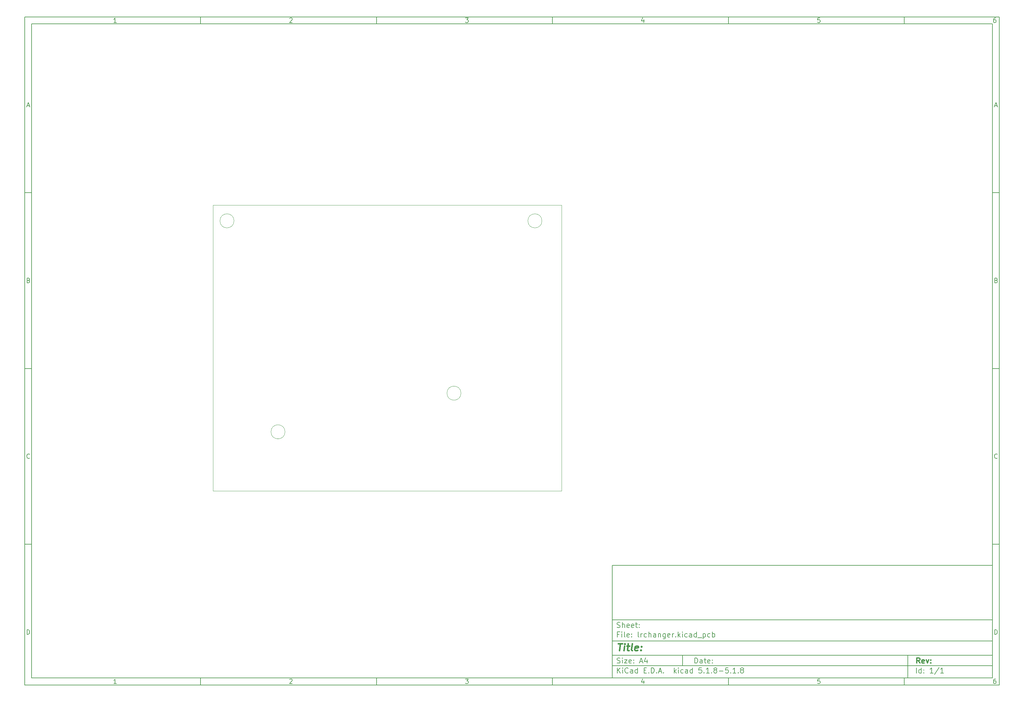
<source format=gbr>
%TF.GenerationSoftware,KiCad,Pcbnew,5.1.8-5.1.8*%
%TF.CreationDate,2021-02-08T23:37:39+01:00*%
%TF.ProjectId,lrchanger,6c726368-616e-4676-9572-2e6b69636164,rev?*%
%TF.SameCoordinates,Original*%
%TF.FileFunction,Legend,Bot*%
%TF.FilePolarity,Positive*%
%FSLAX46Y46*%
G04 Gerber Fmt 4.6, Leading zero omitted, Abs format (unit mm)*
G04 Created by KiCad (PCBNEW 5.1.8-5.1.8) date 2021-02-08 23:37:39*
%MOMM*%
%LPD*%
G01*
G04 APERTURE LIST*
%ADD10C,0.100000*%
%ADD11C,0.150000*%
%ADD12C,0.300000*%
%ADD13C,0.400000*%
%TA.AperFunction,Profile*%
%ADD14C,0.050000*%
%TD*%
G04 APERTURE END LIST*
D10*
D11*
X177002200Y-166007200D02*
X177002200Y-198007200D01*
X285002200Y-198007200D01*
X285002200Y-166007200D01*
X177002200Y-166007200D01*
D10*
D11*
X10000000Y-10000000D02*
X10000000Y-200007200D01*
X287002200Y-200007200D01*
X287002200Y-10000000D01*
X10000000Y-10000000D01*
D10*
D11*
X12000000Y-12000000D02*
X12000000Y-198007200D01*
X285002200Y-198007200D01*
X285002200Y-12000000D01*
X12000000Y-12000000D01*
D10*
D11*
X60000000Y-12000000D02*
X60000000Y-10000000D01*
D10*
D11*
X110000000Y-12000000D02*
X110000000Y-10000000D01*
D10*
D11*
X160000000Y-12000000D02*
X160000000Y-10000000D01*
D10*
D11*
X210000000Y-12000000D02*
X210000000Y-10000000D01*
D10*
D11*
X260000000Y-12000000D02*
X260000000Y-10000000D01*
D10*
D11*
X36065476Y-11588095D02*
X35322619Y-11588095D01*
X35694047Y-11588095D02*
X35694047Y-10288095D01*
X35570238Y-10473809D01*
X35446428Y-10597619D01*
X35322619Y-10659523D01*
D10*
D11*
X85322619Y-10411904D02*
X85384523Y-10350000D01*
X85508333Y-10288095D01*
X85817857Y-10288095D01*
X85941666Y-10350000D01*
X86003571Y-10411904D01*
X86065476Y-10535714D01*
X86065476Y-10659523D01*
X86003571Y-10845238D01*
X85260714Y-11588095D01*
X86065476Y-11588095D01*
D10*
D11*
X135260714Y-10288095D02*
X136065476Y-10288095D01*
X135632142Y-10783333D01*
X135817857Y-10783333D01*
X135941666Y-10845238D01*
X136003571Y-10907142D01*
X136065476Y-11030952D01*
X136065476Y-11340476D01*
X136003571Y-11464285D01*
X135941666Y-11526190D01*
X135817857Y-11588095D01*
X135446428Y-11588095D01*
X135322619Y-11526190D01*
X135260714Y-11464285D01*
D10*
D11*
X185941666Y-10721428D02*
X185941666Y-11588095D01*
X185632142Y-10226190D02*
X185322619Y-11154761D01*
X186127380Y-11154761D01*
D10*
D11*
X236003571Y-10288095D02*
X235384523Y-10288095D01*
X235322619Y-10907142D01*
X235384523Y-10845238D01*
X235508333Y-10783333D01*
X235817857Y-10783333D01*
X235941666Y-10845238D01*
X236003571Y-10907142D01*
X236065476Y-11030952D01*
X236065476Y-11340476D01*
X236003571Y-11464285D01*
X235941666Y-11526190D01*
X235817857Y-11588095D01*
X235508333Y-11588095D01*
X235384523Y-11526190D01*
X235322619Y-11464285D01*
D10*
D11*
X285941666Y-10288095D02*
X285694047Y-10288095D01*
X285570238Y-10350000D01*
X285508333Y-10411904D01*
X285384523Y-10597619D01*
X285322619Y-10845238D01*
X285322619Y-11340476D01*
X285384523Y-11464285D01*
X285446428Y-11526190D01*
X285570238Y-11588095D01*
X285817857Y-11588095D01*
X285941666Y-11526190D01*
X286003571Y-11464285D01*
X286065476Y-11340476D01*
X286065476Y-11030952D01*
X286003571Y-10907142D01*
X285941666Y-10845238D01*
X285817857Y-10783333D01*
X285570238Y-10783333D01*
X285446428Y-10845238D01*
X285384523Y-10907142D01*
X285322619Y-11030952D01*
D10*
D11*
X60000000Y-198007200D02*
X60000000Y-200007200D01*
D10*
D11*
X110000000Y-198007200D02*
X110000000Y-200007200D01*
D10*
D11*
X160000000Y-198007200D02*
X160000000Y-200007200D01*
D10*
D11*
X210000000Y-198007200D02*
X210000000Y-200007200D01*
D10*
D11*
X260000000Y-198007200D02*
X260000000Y-200007200D01*
D10*
D11*
X36065476Y-199595295D02*
X35322619Y-199595295D01*
X35694047Y-199595295D02*
X35694047Y-198295295D01*
X35570238Y-198481009D01*
X35446428Y-198604819D01*
X35322619Y-198666723D01*
D10*
D11*
X85322619Y-198419104D02*
X85384523Y-198357200D01*
X85508333Y-198295295D01*
X85817857Y-198295295D01*
X85941666Y-198357200D01*
X86003571Y-198419104D01*
X86065476Y-198542914D01*
X86065476Y-198666723D01*
X86003571Y-198852438D01*
X85260714Y-199595295D01*
X86065476Y-199595295D01*
D10*
D11*
X135260714Y-198295295D02*
X136065476Y-198295295D01*
X135632142Y-198790533D01*
X135817857Y-198790533D01*
X135941666Y-198852438D01*
X136003571Y-198914342D01*
X136065476Y-199038152D01*
X136065476Y-199347676D01*
X136003571Y-199471485D01*
X135941666Y-199533390D01*
X135817857Y-199595295D01*
X135446428Y-199595295D01*
X135322619Y-199533390D01*
X135260714Y-199471485D01*
D10*
D11*
X185941666Y-198728628D02*
X185941666Y-199595295D01*
X185632142Y-198233390D02*
X185322619Y-199161961D01*
X186127380Y-199161961D01*
D10*
D11*
X236003571Y-198295295D02*
X235384523Y-198295295D01*
X235322619Y-198914342D01*
X235384523Y-198852438D01*
X235508333Y-198790533D01*
X235817857Y-198790533D01*
X235941666Y-198852438D01*
X236003571Y-198914342D01*
X236065476Y-199038152D01*
X236065476Y-199347676D01*
X236003571Y-199471485D01*
X235941666Y-199533390D01*
X235817857Y-199595295D01*
X235508333Y-199595295D01*
X235384523Y-199533390D01*
X235322619Y-199471485D01*
D10*
D11*
X285941666Y-198295295D02*
X285694047Y-198295295D01*
X285570238Y-198357200D01*
X285508333Y-198419104D01*
X285384523Y-198604819D01*
X285322619Y-198852438D01*
X285322619Y-199347676D01*
X285384523Y-199471485D01*
X285446428Y-199533390D01*
X285570238Y-199595295D01*
X285817857Y-199595295D01*
X285941666Y-199533390D01*
X286003571Y-199471485D01*
X286065476Y-199347676D01*
X286065476Y-199038152D01*
X286003571Y-198914342D01*
X285941666Y-198852438D01*
X285817857Y-198790533D01*
X285570238Y-198790533D01*
X285446428Y-198852438D01*
X285384523Y-198914342D01*
X285322619Y-199038152D01*
D10*
D11*
X10000000Y-60000000D02*
X12000000Y-60000000D01*
D10*
D11*
X10000000Y-110000000D02*
X12000000Y-110000000D01*
D10*
D11*
X10000000Y-160000000D02*
X12000000Y-160000000D01*
D10*
D11*
X10690476Y-35216666D02*
X11309523Y-35216666D01*
X10566666Y-35588095D02*
X11000000Y-34288095D01*
X11433333Y-35588095D01*
D10*
D11*
X11092857Y-84907142D02*
X11278571Y-84969047D01*
X11340476Y-85030952D01*
X11402380Y-85154761D01*
X11402380Y-85340476D01*
X11340476Y-85464285D01*
X11278571Y-85526190D01*
X11154761Y-85588095D01*
X10659523Y-85588095D01*
X10659523Y-84288095D01*
X11092857Y-84288095D01*
X11216666Y-84350000D01*
X11278571Y-84411904D01*
X11340476Y-84535714D01*
X11340476Y-84659523D01*
X11278571Y-84783333D01*
X11216666Y-84845238D01*
X11092857Y-84907142D01*
X10659523Y-84907142D01*
D10*
D11*
X11402380Y-135464285D02*
X11340476Y-135526190D01*
X11154761Y-135588095D01*
X11030952Y-135588095D01*
X10845238Y-135526190D01*
X10721428Y-135402380D01*
X10659523Y-135278571D01*
X10597619Y-135030952D01*
X10597619Y-134845238D01*
X10659523Y-134597619D01*
X10721428Y-134473809D01*
X10845238Y-134350000D01*
X11030952Y-134288095D01*
X11154761Y-134288095D01*
X11340476Y-134350000D01*
X11402380Y-134411904D01*
D10*
D11*
X10659523Y-185588095D02*
X10659523Y-184288095D01*
X10969047Y-184288095D01*
X11154761Y-184350000D01*
X11278571Y-184473809D01*
X11340476Y-184597619D01*
X11402380Y-184845238D01*
X11402380Y-185030952D01*
X11340476Y-185278571D01*
X11278571Y-185402380D01*
X11154761Y-185526190D01*
X10969047Y-185588095D01*
X10659523Y-185588095D01*
D10*
D11*
X287002200Y-60000000D02*
X285002200Y-60000000D01*
D10*
D11*
X287002200Y-110000000D02*
X285002200Y-110000000D01*
D10*
D11*
X287002200Y-160000000D02*
X285002200Y-160000000D01*
D10*
D11*
X285692676Y-35216666D02*
X286311723Y-35216666D01*
X285568866Y-35588095D02*
X286002200Y-34288095D01*
X286435533Y-35588095D01*
D10*
D11*
X286095057Y-84907142D02*
X286280771Y-84969047D01*
X286342676Y-85030952D01*
X286404580Y-85154761D01*
X286404580Y-85340476D01*
X286342676Y-85464285D01*
X286280771Y-85526190D01*
X286156961Y-85588095D01*
X285661723Y-85588095D01*
X285661723Y-84288095D01*
X286095057Y-84288095D01*
X286218866Y-84350000D01*
X286280771Y-84411904D01*
X286342676Y-84535714D01*
X286342676Y-84659523D01*
X286280771Y-84783333D01*
X286218866Y-84845238D01*
X286095057Y-84907142D01*
X285661723Y-84907142D01*
D10*
D11*
X286404580Y-135464285D02*
X286342676Y-135526190D01*
X286156961Y-135588095D01*
X286033152Y-135588095D01*
X285847438Y-135526190D01*
X285723628Y-135402380D01*
X285661723Y-135278571D01*
X285599819Y-135030952D01*
X285599819Y-134845238D01*
X285661723Y-134597619D01*
X285723628Y-134473809D01*
X285847438Y-134350000D01*
X286033152Y-134288095D01*
X286156961Y-134288095D01*
X286342676Y-134350000D01*
X286404580Y-134411904D01*
D10*
D11*
X285661723Y-185588095D02*
X285661723Y-184288095D01*
X285971247Y-184288095D01*
X286156961Y-184350000D01*
X286280771Y-184473809D01*
X286342676Y-184597619D01*
X286404580Y-184845238D01*
X286404580Y-185030952D01*
X286342676Y-185278571D01*
X286280771Y-185402380D01*
X286156961Y-185526190D01*
X285971247Y-185588095D01*
X285661723Y-185588095D01*
D10*
D11*
X200434342Y-193785771D02*
X200434342Y-192285771D01*
X200791485Y-192285771D01*
X201005771Y-192357200D01*
X201148628Y-192500057D01*
X201220057Y-192642914D01*
X201291485Y-192928628D01*
X201291485Y-193142914D01*
X201220057Y-193428628D01*
X201148628Y-193571485D01*
X201005771Y-193714342D01*
X200791485Y-193785771D01*
X200434342Y-193785771D01*
X202577200Y-193785771D02*
X202577200Y-193000057D01*
X202505771Y-192857200D01*
X202362914Y-192785771D01*
X202077200Y-192785771D01*
X201934342Y-192857200D01*
X202577200Y-193714342D02*
X202434342Y-193785771D01*
X202077200Y-193785771D01*
X201934342Y-193714342D01*
X201862914Y-193571485D01*
X201862914Y-193428628D01*
X201934342Y-193285771D01*
X202077200Y-193214342D01*
X202434342Y-193214342D01*
X202577200Y-193142914D01*
X203077200Y-192785771D02*
X203648628Y-192785771D01*
X203291485Y-192285771D02*
X203291485Y-193571485D01*
X203362914Y-193714342D01*
X203505771Y-193785771D01*
X203648628Y-193785771D01*
X204720057Y-193714342D02*
X204577200Y-193785771D01*
X204291485Y-193785771D01*
X204148628Y-193714342D01*
X204077200Y-193571485D01*
X204077200Y-193000057D01*
X204148628Y-192857200D01*
X204291485Y-192785771D01*
X204577200Y-192785771D01*
X204720057Y-192857200D01*
X204791485Y-193000057D01*
X204791485Y-193142914D01*
X204077200Y-193285771D01*
X205434342Y-193642914D02*
X205505771Y-193714342D01*
X205434342Y-193785771D01*
X205362914Y-193714342D01*
X205434342Y-193642914D01*
X205434342Y-193785771D01*
X205434342Y-192857200D02*
X205505771Y-192928628D01*
X205434342Y-193000057D01*
X205362914Y-192928628D01*
X205434342Y-192857200D01*
X205434342Y-193000057D01*
D10*
D11*
X177002200Y-194507200D02*
X285002200Y-194507200D01*
D10*
D11*
X178434342Y-196585771D02*
X178434342Y-195085771D01*
X179291485Y-196585771D02*
X178648628Y-195728628D01*
X179291485Y-195085771D02*
X178434342Y-195942914D01*
X179934342Y-196585771D02*
X179934342Y-195585771D01*
X179934342Y-195085771D02*
X179862914Y-195157200D01*
X179934342Y-195228628D01*
X180005771Y-195157200D01*
X179934342Y-195085771D01*
X179934342Y-195228628D01*
X181505771Y-196442914D02*
X181434342Y-196514342D01*
X181220057Y-196585771D01*
X181077200Y-196585771D01*
X180862914Y-196514342D01*
X180720057Y-196371485D01*
X180648628Y-196228628D01*
X180577200Y-195942914D01*
X180577200Y-195728628D01*
X180648628Y-195442914D01*
X180720057Y-195300057D01*
X180862914Y-195157200D01*
X181077200Y-195085771D01*
X181220057Y-195085771D01*
X181434342Y-195157200D01*
X181505771Y-195228628D01*
X182791485Y-196585771D02*
X182791485Y-195800057D01*
X182720057Y-195657200D01*
X182577200Y-195585771D01*
X182291485Y-195585771D01*
X182148628Y-195657200D01*
X182791485Y-196514342D02*
X182648628Y-196585771D01*
X182291485Y-196585771D01*
X182148628Y-196514342D01*
X182077200Y-196371485D01*
X182077200Y-196228628D01*
X182148628Y-196085771D01*
X182291485Y-196014342D01*
X182648628Y-196014342D01*
X182791485Y-195942914D01*
X184148628Y-196585771D02*
X184148628Y-195085771D01*
X184148628Y-196514342D02*
X184005771Y-196585771D01*
X183720057Y-196585771D01*
X183577200Y-196514342D01*
X183505771Y-196442914D01*
X183434342Y-196300057D01*
X183434342Y-195871485D01*
X183505771Y-195728628D01*
X183577200Y-195657200D01*
X183720057Y-195585771D01*
X184005771Y-195585771D01*
X184148628Y-195657200D01*
X186005771Y-195800057D02*
X186505771Y-195800057D01*
X186720057Y-196585771D02*
X186005771Y-196585771D01*
X186005771Y-195085771D01*
X186720057Y-195085771D01*
X187362914Y-196442914D02*
X187434342Y-196514342D01*
X187362914Y-196585771D01*
X187291485Y-196514342D01*
X187362914Y-196442914D01*
X187362914Y-196585771D01*
X188077200Y-196585771D02*
X188077200Y-195085771D01*
X188434342Y-195085771D01*
X188648628Y-195157200D01*
X188791485Y-195300057D01*
X188862914Y-195442914D01*
X188934342Y-195728628D01*
X188934342Y-195942914D01*
X188862914Y-196228628D01*
X188791485Y-196371485D01*
X188648628Y-196514342D01*
X188434342Y-196585771D01*
X188077200Y-196585771D01*
X189577200Y-196442914D02*
X189648628Y-196514342D01*
X189577200Y-196585771D01*
X189505771Y-196514342D01*
X189577200Y-196442914D01*
X189577200Y-196585771D01*
X190220057Y-196157200D02*
X190934342Y-196157200D01*
X190077200Y-196585771D02*
X190577200Y-195085771D01*
X191077200Y-196585771D01*
X191577200Y-196442914D02*
X191648628Y-196514342D01*
X191577200Y-196585771D01*
X191505771Y-196514342D01*
X191577200Y-196442914D01*
X191577200Y-196585771D01*
X194577200Y-196585771D02*
X194577200Y-195085771D01*
X194720057Y-196014342D02*
X195148628Y-196585771D01*
X195148628Y-195585771D02*
X194577200Y-196157200D01*
X195791485Y-196585771D02*
X195791485Y-195585771D01*
X195791485Y-195085771D02*
X195720057Y-195157200D01*
X195791485Y-195228628D01*
X195862914Y-195157200D01*
X195791485Y-195085771D01*
X195791485Y-195228628D01*
X197148628Y-196514342D02*
X197005771Y-196585771D01*
X196720057Y-196585771D01*
X196577200Y-196514342D01*
X196505771Y-196442914D01*
X196434342Y-196300057D01*
X196434342Y-195871485D01*
X196505771Y-195728628D01*
X196577200Y-195657200D01*
X196720057Y-195585771D01*
X197005771Y-195585771D01*
X197148628Y-195657200D01*
X198434342Y-196585771D02*
X198434342Y-195800057D01*
X198362914Y-195657200D01*
X198220057Y-195585771D01*
X197934342Y-195585771D01*
X197791485Y-195657200D01*
X198434342Y-196514342D02*
X198291485Y-196585771D01*
X197934342Y-196585771D01*
X197791485Y-196514342D01*
X197720057Y-196371485D01*
X197720057Y-196228628D01*
X197791485Y-196085771D01*
X197934342Y-196014342D01*
X198291485Y-196014342D01*
X198434342Y-195942914D01*
X199791485Y-196585771D02*
X199791485Y-195085771D01*
X199791485Y-196514342D02*
X199648628Y-196585771D01*
X199362914Y-196585771D01*
X199220057Y-196514342D01*
X199148628Y-196442914D01*
X199077200Y-196300057D01*
X199077200Y-195871485D01*
X199148628Y-195728628D01*
X199220057Y-195657200D01*
X199362914Y-195585771D01*
X199648628Y-195585771D01*
X199791485Y-195657200D01*
X202362914Y-195085771D02*
X201648628Y-195085771D01*
X201577200Y-195800057D01*
X201648628Y-195728628D01*
X201791485Y-195657200D01*
X202148628Y-195657200D01*
X202291485Y-195728628D01*
X202362914Y-195800057D01*
X202434342Y-195942914D01*
X202434342Y-196300057D01*
X202362914Y-196442914D01*
X202291485Y-196514342D01*
X202148628Y-196585771D01*
X201791485Y-196585771D01*
X201648628Y-196514342D01*
X201577200Y-196442914D01*
X203077200Y-196442914D02*
X203148628Y-196514342D01*
X203077200Y-196585771D01*
X203005771Y-196514342D01*
X203077200Y-196442914D01*
X203077200Y-196585771D01*
X204577200Y-196585771D02*
X203720057Y-196585771D01*
X204148628Y-196585771D02*
X204148628Y-195085771D01*
X204005771Y-195300057D01*
X203862914Y-195442914D01*
X203720057Y-195514342D01*
X205220057Y-196442914D02*
X205291485Y-196514342D01*
X205220057Y-196585771D01*
X205148628Y-196514342D01*
X205220057Y-196442914D01*
X205220057Y-196585771D01*
X206148628Y-195728628D02*
X206005771Y-195657200D01*
X205934342Y-195585771D01*
X205862914Y-195442914D01*
X205862914Y-195371485D01*
X205934342Y-195228628D01*
X206005771Y-195157200D01*
X206148628Y-195085771D01*
X206434342Y-195085771D01*
X206577200Y-195157200D01*
X206648628Y-195228628D01*
X206720057Y-195371485D01*
X206720057Y-195442914D01*
X206648628Y-195585771D01*
X206577200Y-195657200D01*
X206434342Y-195728628D01*
X206148628Y-195728628D01*
X206005771Y-195800057D01*
X205934342Y-195871485D01*
X205862914Y-196014342D01*
X205862914Y-196300057D01*
X205934342Y-196442914D01*
X206005771Y-196514342D01*
X206148628Y-196585771D01*
X206434342Y-196585771D01*
X206577200Y-196514342D01*
X206648628Y-196442914D01*
X206720057Y-196300057D01*
X206720057Y-196014342D01*
X206648628Y-195871485D01*
X206577200Y-195800057D01*
X206434342Y-195728628D01*
X207362914Y-196014342D02*
X208505771Y-196014342D01*
X209934342Y-195085771D02*
X209220057Y-195085771D01*
X209148628Y-195800057D01*
X209220057Y-195728628D01*
X209362914Y-195657200D01*
X209720057Y-195657200D01*
X209862914Y-195728628D01*
X209934342Y-195800057D01*
X210005771Y-195942914D01*
X210005771Y-196300057D01*
X209934342Y-196442914D01*
X209862914Y-196514342D01*
X209720057Y-196585771D01*
X209362914Y-196585771D01*
X209220057Y-196514342D01*
X209148628Y-196442914D01*
X210648628Y-196442914D02*
X210720057Y-196514342D01*
X210648628Y-196585771D01*
X210577200Y-196514342D01*
X210648628Y-196442914D01*
X210648628Y-196585771D01*
X212148628Y-196585771D02*
X211291485Y-196585771D01*
X211720057Y-196585771D02*
X211720057Y-195085771D01*
X211577200Y-195300057D01*
X211434342Y-195442914D01*
X211291485Y-195514342D01*
X212791485Y-196442914D02*
X212862914Y-196514342D01*
X212791485Y-196585771D01*
X212720057Y-196514342D01*
X212791485Y-196442914D01*
X212791485Y-196585771D01*
X213720057Y-195728628D02*
X213577200Y-195657200D01*
X213505771Y-195585771D01*
X213434342Y-195442914D01*
X213434342Y-195371485D01*
X213505771Y-195228628D01*
X213577200Y-195157200D01*
X213720057Y-195085771D01*
X214005771Y-195085771D01*
X214148628Y-195157200D01*
X214220057Y-195228628D01*
X214291485Y-195371485D01*
X214291485Y-195442914D01*
X214220057Y-195585771D01*
X214148628Y-195657200D01*
X214005771Y-195728628D01*
X213720057Y-195728628D01*
X213577200Y-195800057D01*
X213505771Y-195871485D01*
X213434342Y-196014342D01*
X213434342Y-196300057D01*
X213505771Y-196442914D01*
X213577200Y-196514342D01*
X213720057Y-196585771D01*
X214005771Y-196585771D01*
X214148628Y-196514342D01*
X214220057Y-196442914D01*
X214291485Y-196300057D01*
X214291485Y-196014342D01*
X214220057Y-195871485D01*
X214148628Y-195800057D01*
X214005771Y-195728628D01*
D10*
D11*
X177002200Y-191507200D02*
X285002200Y-191507200D01*
D10*
D12*
X264411485Y-193785771D02*
X263911485Y-193071485D01*
X263554342Y-193785771D02*
X263554342Y-192285771D01*
X264125771Y-192285771D01*
X264268628Y-192357200D01*
X264340057Y-192428628D01*
X264411485Y-192571485D01*
X264411485Y-192785771D01*
X264340057Y-192928628D01*
X264268628Y-193000057D01*
X264125771Y-193071485D01*
X263554342Y-193071485D01*
X265625771Y-193714342D02*
X265482914Y-193785771D01*
X265197200Y-193785771D01*
X265054342Y-193714342D01*
X264982914Y-193571485D01*
X264982914Y-193000057D01*
X265054342Y-192857200D01*
X265197200Y-192785771D01*
X265482914Y-192785771D01*
X265625771Y-192857200D01*
X265697200Y-193000057D01*
X265697200Y-193142914D01*
X264982914Y-193285771D01*
X266197200Y-192785771D02*
X266554342Y-193785771D01*
X266911485Y-192785771D01*
X267482914Y-193642914D02*
X267554342Y-193714342D01*
X267482914Y-193785771D01*
X267411485Y-193714342D01*
X267482914Y-193642914D01*
X267482914Y-193785771D01*
X267482914Y-192857200D02*
X267554342Y-192928628D01*
X267482914Y-193000057D01*
X267411485Y-192928628D01*
X267482914Y-192857200D01*
X267482914Y-193000057D01*
D10*
D11*
X178362914Y-193714342D02*
X178577200Y-193785771D01*
X178934342Y-193785771D01*
X179077200Y-193714342D01*
X179148628Y-193642914D01*
X179220057Y-193500057D01*
X179220057Y-193357200D01*
X179148628Y-193214342D01*
X179077200Y-193142914D01*
X178934342Y-193071485D01*
X178648628Y-193000057D01*
X178505771Y-192928628D01*
X178434342Y-192857200D01*
X178362914Y-192714342D01*
X178362914Y-192571485D01*
X178434342Y-192428628D01*
X178505771Y-192357200D01*
X178648628Y-192285771D01*
X179005771Y-192285771D01*
X179220057Y-192357200D01*
X179862914Y-193785771D02*
X179862914Y-192785771D01*
X179862914Y-192285771D02*
X179791485Y-192357200D01*
X179862914Y-192428628D01*
X179934342Y-192357200D01*
X179862914Y-192285771D01*
X179862914Y-192428628D01*
X180434342Y-192785771D02*
X181220057Y-192785771D01*
X180434342Y-193785771D01*
X181220057Y-193785771D01*
X182362914Y-193714342D02*
X182220057Y-193785771D01*
X181934342Y-193785771D01*
X181791485Y-193714342D01*
X181720057Y-193571485D01*
X181720057Y-193000057D01*
X181791485Y-192857200D01*
X181934342Y-192785771D01*
X182220057Y-192785771D01*
X182362914Y-192857200D01*
X182434342Y-193000057D01*
X182434342Y-193142914D01*
X181720057Y-193285771D01*
X183077200Y-193642914D02*
X183148628Y-193714342D01*
X183077200Y-193785771D01*
X183005771Y-193714342D01*
X183077200Y-193642914D01*
X183077200Y-193785771D01*
X183077200Y-192857200D02*
X183148628Y-192928628D01*
X183077200Y-193000057D01*
X183005771Y-192928628D01*
X183077200Y-192857200D01*
X183077200Y-193000057D01*
X184862914Y-193357200D02*
X185577200Y-193357200D01*
X184720057Y-193785771D02*
X185220057Y-192285771D01*
X185720057Y-193785771D01*
X186862914Y-192785771D02*
X186862914Y-193785771D01*
X186505771Y-192214342D02*
X186148628Y-193285771D01*
X187077200Y-193285771D01*
D10*
D11*
X263434342Y-196585771D02*
X263434342Y-195085771D01*
X264791485Y-196585771D02*
X264791485Y-195085771D01*
X264791485Y-196514342D02*
X264648628Y-196585771D01*
X264362914Y-196585771D01*
X264220057Y-196514342D01*
X264148628Y-196442914D01*
X264077200Y-196300057D01*
X264077200Y-195871485D01*
X264148628Y-195728628D01*
X264220057Y-195657200D01*
X264362914Y-195585771D01*
X264648628Y-195585771D01*
X264791485Y-195657200D01*
X265505771Y-196442914D02*
X265577200Y-196514342D01*
X265505771Y-196585771D01*
X265434342Y-196514342D01*
X265505771Y-196442914D01*
X265505771Y-196585771D01*
X265505771Y-195657200D02*
X265577200Y-195728628D01*
X265505771Y-195800057D01*
X265434342Y-195728628D01*
X265505771Y-195657200D01*
X265505771Y-195800057D01*
X268148628Y-196585771D02*
X267291485Y-196585771D01*
X267720057Y-196585771D02*
X267720057Y-195085771D01*
X267577200Y-195300057D01*
X267434342Y-195442914D01*
X267291485Y-195514342D01*
X269862914Y-195014342D02*
X268577200Y-196942914D01*
X271148628Y-196585771D02*
X270291485Y-196585771D01*
X270720057Y-196585771D02*
X270720057Y-195085771D01*
X270577200Y-195300057D01*
X270434342Y-195442914D01*
X270291485Y-195514342D01*
D10*
D11*
X177002200Y-187507200D02*
X285002200Y-187507200D01*
D10*
D13*
X178714580Y-188211961D02*
X179857438Y-188211961D01*
X179036009Y-190211961D02*
X179286009Y-188211961D01*
X180274104Y-190211961D02*
X180440771Y-188878628D01*
X180524104Y-188211961D02*
X180416961Y-188307200D01*
X180500295Y-188402438D01*
X180607438Y-188307200D01*
X180524104Y-188211961D01*
X180500295Y-188402438D01*
X181107438Y-188878628D02*
X181869342Y-188878628D01*
X181476485Y-188211961D02*
X181262200Y-189926247D01*
X181333628Y-190116723D01*
X181512200Y-190211961D01*
X181702676Y-190211961D01*
X182655057Y-190211961D02*
X182476485Y-190116723D01*
X182405057Y-189926247D01*
X182619342Y-188211961D01*
X184190771Y-190116723D02*
X183988390Y-190211961D01*
X183607438Y-190211961D01*
X183428866Y-190116723D01*
X183357438Y-189926247D01*
X183452676Y-189164342D01*
X183571723Y-188973866D01*
X183774104Y-188878628D01*
X184155057Y-188878628D01*
X184333628Y-188973866D01*
X184405057Y-189164342D01*
X184381247Y-189354819D01*
X183405057Y-189545295D01*
X185155057Y-190021485D02*
X185238390Y-190116723D01*
X185131247Y-190211961D01*
X185047914Y-190116723D01*
X185155057Y-190021485D01*
X185131247Y-190211961D01*
X185286009Y-188973866D02*
X185369342Y-189069104D01*
X185262200Y-189164342D01*
X185178866Y-189069104D01*
X185286009Y-188973866D01*
X185262200Y-189164342D01*
D10*
D11*
X178934342Y-185600057D02*
X178434342Y-185600057D01*
X178434342Y-186385771D02*
X178434342Y-184885771D01*
X179148628Y-184885771D01*
X179720057Y-186385771D02*
X179720057Y-185385771D01*
X179720057Y-184885771D02*
X179648628Y-184957200D01*
X179720057Y-185028628D01*
X179791485Y-184957200D01*
X179720057Y-184885771D01*
X179720057Y-185028628D01*
X180648628Y-186385771D02*
X180505771Y-186314342D01*
X180434342Y-186171485D01*
X180434342Y-184885771D01*
X181791485Y-186314342D02*
X181648628Y-186385771D01*
X181362914Y-186385771D01*
X181220057Y-186314342D01*
X181148628Y-186171485D01*
X181148628Y-185600057D01*
X181220057Y-185457200D01*
X181362914Y-185385771D01*
X181648628Y-185385771D01*
X181791485Y-185457200D01*
X181862914Y-185600057D01*
X181862914Y-185742914D01*
X181148628Y-185885771D01*
X182505771Y-186242914D02*
X182577200Y-186314342D01*
X182505771Y-186385771D01*
X182434342Y-186314342D01*
X182505771Y-186242914D01*
X182505771Y-186385771D01*
X182505771Y-185457200D02*
X182577200Y-185528628D01*
X182505771Y-185600057D01*
X182434342Y-185528628D01*
X182505771Y-185457200D01*
X182505771Y-185600057D01*
X184577200Y-186385771D02*
X184434342Y-186314342D01*
X184362914Y-186171485D01*
X184362914Y-184885771D01*
X185148628Y-186385771D02*
X185148628Y-185385771D01*
X185148628Y-185671485D02*
X185220057Y-185528628D01*
X185291485Y-185457200D01*
X185434342Y-185385771D01*
X185577200Y-185385771D01*
X186720057Y-186314342D02*
X186577200Y-186385771D01*
X186291485Y-186385771D01*
X186148628Y-186314342D01*
X186077200Y-186242914D01*
X186005771Y-186100057D01*
X186005771Y-185671485D01*
X186077200Y-185528628D01*
X186148628Y-185457200D01*
X186291485Y-185385771D01*
X186577200Y-185385771D01*
X186720057Y-185457200D01*
X187362914Y-186385771D02*
X187362914Y-184885771D01*
X188005771Y-186385771D02*
X188005771Y-185600057D01*
X187934342Y-185457200D01*
X187791485Y-185385771D01*
X187577200Y-185385771D01*
X187434342Y-185457200D01*
X187362914Y-185528628D01*
X189362914Y-186385771D02*
X189362914Y-185600057D01*
X189291485Y-185457200D01*
X189148628Y-185385771D01*
X188862914Y-185385771D01*
X188720057Y-185457200D01*
X189362914Y-186314342D02*
X189220057Y-186385771D01*
X188862914Y-186385771D01*
X188720057Y-186314342D01*
X188648628Y-186171485D01*
X188648628Y-186028628D01*
X188720057Y-185885771D01*
X188862914Y-185814342D01*
X189220057Y-185814342D01*
X189362914Y-185742914D01*
X190077200Y-185385771D02*
X190077200Y-186385771D01*
X190077200Y-185528628D02*
X190148628Y-185457200D01*
X190291485Y-185385771D01*
X190505771Y-185385771D01*
X190648628Y-185457200D01*
X190720057Y-185600057D01*
X190720057Y-186385771D01*
X192077200Y-185385771D02*
X192077200Y-186600057D01*
X192005771Y-186742914D01*
X191934342Y-186814342D01*
X191791485Y-186885771D01*
X191577200Y-186885771D01*
X191434342Y-186814342D01*
X192077200Y-186314342D02*
X191934342Y-186385771D01*
X191648628Y-186385771D01*
X191505771Y-186314342D01*
X191434342Y-186242914D01*
X191362914Y-186100057D01*
X191362914Y-185671485D01*
X191434342Y-185528628D01*
X191505771Y-185457200D01*
X191648628Y-185385771D01*
X191934342Y-185385771D01*
X192077200Y-185457200D01*
X193362914Y-186314342D02*
X193220057Y-186385771D01*
X192934342Y-186385771D01*
X192791485Y-186314342D01*
X192720057Y-186171485D01*
X192720057Y-185600057D01*
X192791485Y-185457200D01*
X192934342Y-185385771D01*
X193220057Y-185385771D01*
X193362914Y-185457200D01*
X193434342Y-185600057D01*
X193434342Y-185742914D01*
X192720057Y-185885771D01*
X194077200Y-186385771D02*
X194077200Y-185385771D01*
X194077200Y-185671485D02*
X194148628Y-185528628D01*
X194220057Y-185457200D01*
X194362914Y-185385771D01*
X194505771Y-185385771D01*
X195005771Y-186242914D02*
X195077200Y-186314342D01*
X195005771Y-186385771D01*
X194934342Y-186314342D01*
X195005771Y-186242914D01*
X195005771Y-186385771D01*
X195720057Y-186385771D02*
X195720057Y-184885771D01*
X195862914Y-185814342D02*
X196291485Y-186385771D01*
X196291485Y-185385771D02*
X195720057Y-185957200D01*
X196934342Y-186385771D02*
X196934342Y-185385771D01*
X196934342Y-184885771D02*
X196862914Y-184957200D01*
X196934342Y-185028628D01*
X197005771Y-184957200D01*
X196934342Y-184885771D01*
X196934342Y-185028628D01*
X198291485Y-186314342D02*
X198148628Y-186385771D01*
X197862914Y-186385771D01*
X197720057Y-186314342D01*
X197648628Y-186242914D01*
X197577200Y-186100057D01*
X197577200Y-185671485D01*
X197648628Y-185528628D01*
X197720057Y-185457200D01*
X197862914Y-185385771D01*
X198148628Y-185385771D01*
X198291485Y-185457200D01*
X199577200Y-186385771D02*
X199577200Y-185600057D01*
X199505771Y-185457200D01*
X199362914Y-185385771D01*
X199077200Y-185385771D01*
X198934342Y-185457200D01*
X199577200Y-186314342D02*
X199434342Y-186385771D01*
X199077200Y-186385771D01*
X198934342Y-186314342D01*
X198862914Y-186171485D01*
X198862914Y-186028628D01*
X198934342Y-185885771D01*
X199077200Y-185814342D01*
X199434342Y-185814342D01*
X199577200Y-185742914D01*
X200934342Y-186385771D02*
X200934342Y-184885771D01*
X200934342Y-186314342D02*
X200791485Y-186385771D01*
X200505771Y-186385771D01*
X200362914Y-186314342D01*
X200291485Y-186242914D01*
X200220057Y-186100057D01*
X200220057Y-185671485D01*
X200291485Y-185528628D01*
X200362914Y-185457200D01*
X200505771Y-185385771D01*
X200791485Y-185385771D01*
X200934342Y-185457200D01*
X201291485Y-186528628D02*
X202434342Y-186528628D01*
X202791485Y-185385771D02*
X202791485Y-186885771D01*
X202791485Y-185457200D02*
X202934342Y-185385771D01*
X203220057Y-185385771D01*
X203362914Y-185457200D01*
X203434342Y-185528628D01*
X203505771Y-185671485D01*
X203505771Y-186100057D01*
X203434342Y-186242914D01*
X203362914Y-186314342D01*
X203220057Y-186385771D01*
X202934342Y-186385771D01*
X202791485Y-186314342D01*
X204791485Y-186314342D02*
X204648628Y-186385771D01*
X204362914Y-186385771D01*
X204220057Y-186314342D01*
X204148628Y-186242914D01*
X204077200Y-186100057D01*
X204077200Y-185671485D01*
X204148628Y-185528628D01*
X204220057Y-185457200D01*
X204362914Y-185385771D01*
X204648628Y-185385771D01*
X204791485Y-185457200D01*
X205434342Y-186385771D02*
X205434342Y-184885771D01*
X205434342Y-185457200D02*
X205577200Y-185385771D01*
X205862914Y-185385771D01*
X206005771Y-185457200D01*
X206077200Y-185528628D01*
X206148628Y-185671485D01*
X206148628Y-186100057D01*
X206077200Y-186242914D01*
X206005771Y-186314342D01*
X205862914Y-186385771D01*
X205577200Y-186385771D01*
X205434342Y-186314342D01*
D10*
D11*
X177002200Y-181507200D02*
X285002200Y-181507200D01*
D10*
D11*
X178362914Y-183614342D02*
X178577200Y-183685771D01*
X178934342Y-183685771D01*
X179077200Y-183614342D01*
X179148628Y-183542914D01*
X179220057Y-183400057D01*
X179220057Y-183257200D01*
X179148628Y-183114342D01*
X179077200Y-183042914D01*
X178934342Y-182971485D01*
X178648628Y-182900057D01*
X178505771Y-182828628D01*
X178434342Y-182757200D01*
X178362914Y-182614342D01*
X178362914Y-182471485D01*
X178434342Y-182328628D01*
X178505771Y-182257200D01*
X178648628Y-182185771D01*
X179005771Y-182185771D01*
X179220057Y-182257200D01*
X179862914Y-183685771D02*
X179862914Y-182185771D01*
X180505771Y-183685771D02*
X180505771Y-182900057D01*
X180434342Y-182757200D01*
X180291485Y-182685771D01*
X180077200Y-182685771D01*
X179934342Y-182757200D01*
X179862914Y-182828628D01*
X181791485Y-183614342D02*
X181648628Y-183685771D01*
X181362914Y-183685771D01*
X181220057Y-183614342D01*
X181148628Y-183471485D01*
X181148628Y-182900057D01*
X181220057Y-182757200D01*
X181362914Y-182685771D01*
X181648628Y-182685771D01*
X181791485Y-182757200D01*
X181862914Y-182900057D01*
X181862914Y-183042914D01*
X181148628Y-183185771D01*
X183077200Y-183614342D02*
X182934342Y-183685771D01*
X182648628Y-183685771D01*
X182505771Y-183614342D01*
X182434342Y-183471485D01*
X182434342Y-182900057D01*
X182505771Y-182757200D01*
X182648628Y-182685771D01*
X182934342Y-182685771D01*
X183077200Y-182757200D01*
X183148628Y-182900057D01*
X183148628Y-183042914D01*
X182434342Y-183185771D01*
X183577200Y-182685771D02*
X184148628Y-182685771D01*
X183791485Y-182185771D02*
X183791485Y-183471485D01*
X183862914Y-183614342D01*
X184005771Y-183685771D01*
X184148628Y-183685771D01*
X184648628Y-183542914D02*
X184720057Y-183614342D01*
X184648628Y-183685771D01*
X184577200Y-183614342D01*
X184648628Y-183542914D01*
X184648628Y-183685771D01*
X184648628Y-182757200D02*
X184720057Y-182828628D01*
X184648628Y-182900057D01*
X184577200Y-182828628D01*
X184648628Y-182757200D01*
X184648628Y-182900057D01*
D10*
D11*
X197002200Y-191507200D02*
X197002200Y-194507200D01*
D10*
D11*
X261002200Y-191507200D02*
X261002200Y-198007200D01*
D14*
X84000000Y-128000000D02*
G75*
G03*
X84000000Y-128000000I-2000000J0D01*
G01*
X134000000Y-117000000D02*
G75*
G03*
X134000000Y-117000000I-2000000J0D01*
G01*
X157000000Y-68000000D02*
G75*
G03*
X157000000Y-68000000I-2000000J0D01*
G01*
X69500000Y-68000000D02*
G75*
G03*
X69500000Y-68000000I-2000000J0D01*
G01*
X63500000Y-144780000D02*
X63500000Y-63500000D01*
X162560000Y-144780000D02*
X63500000Y-144780000D01*
X162560000Y-63500000D02*
X162560000Y-144780000D01*
X63500000Y-63500000D02*
X162560000Y-63500000D01*
M02*

</source>
